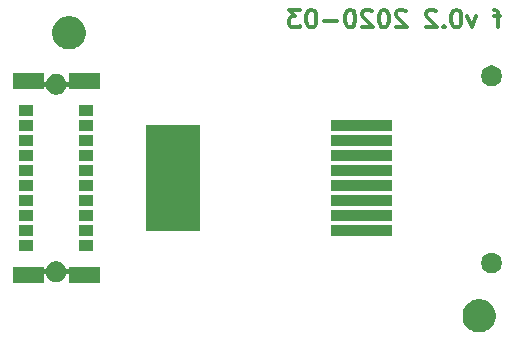
<source format=gbr>
G04 #@! TF.GenerationSoftware,KiCad,Pcbnew,5.1.5*
G04 #@! TF.CreationDate,2020-03-20T00:43:26-04:00*
G04 #@! TF.ProjectId,M55-RJ45,4d35352d-524a-4343-952e-6b696361645f,rev?*
G04 #@! TF.SameCoordinates,Original*
G04 #@! TF.FileFunction,Soldermask,Bot*
G04 #@! TF.FilePolarity,Negative*
%FSLAX46Y46*%
G04 Gerber Fmt 4.6, Leading zero omitted, Abs format (unit mm)*
G04 Created by KiCad (PCBNEW 5.1.5) date 2020-03-20 00:43:26*
%MOMM*%
%LPD*%
G04 APERTURE LIST*
%ADD10C,0.300000*%
%ADD11C,0.100000*%
G04 APERTURE END LIST*
D10*
X70595000Y-115248571D02*
X70023571Y-115248571D01*
X70380714Y-116248571D02*
X70380714Y-114962857D01*
X70309285Y-114820000D01*
X70166428Y-114748571D01*
X70023571Y-114748571D01*
X68523571Y-115248571D02*
X68166428Y-116248571D01*
X67809285Y-115248571D01*
X66952142Y-114748571D02*
X66809285Y-114748571D01*
X66666428Y-114820000D01*
X66595000Y-114891428D01*
X66523571Y-115034285D01*
X66452142Y-115320000D01*
X66452142Y-115677142D01*
X66523571Y-115962857D01*
X66595000Y-116105714D01*
X66666428Y-116177142D01*
X66809285Y-116248571D01*
X66952142Y-116248571D01*
X67095000Y-116177142D01*
X67166428Y-116105714D01*
X67237857Y-115962857D01*
X67309285Y-115677142D01*
X67309285Y-115320000D01*
X67237857Y-115034285D01*
X67166428Y-114891428D01*
X67095000Y-114820000D01*
X66952142Y-114748571D01*
X65809285Y-116105714D02*
X65737857Y-116177142D01*
X65809285Y-116248571D01*
X65880714Y-116177142D01*
X65809285Y-116105714D01*
X65809285Y-116248571D01*
X65166428Y-114891428D02*
X65095000Y-114820000D01*
X64952142Y-114748571D01*
X64595000Y-114748571D01*
X64452142Y-114820000D01*
X64380714Y-114891428D01*
X64309285Y-115034285D01*
X64309285Y-115177142D01*
X64380714Y-115391428D01*
X65237857Y-116248571D01*
X64309285Y-116248571D01*
X62595000Y-114891428D02*
X62523571Y-114820000D01*
X62380714Y-114748571D01*
X62023571Y-114748571D01*
X61880714Y-114820000D01*
X61809285Y-114891428D01*
X61737857Y-115034285D01*
X61737857Y-115177142D01*
X61809285Y-115391428D01*
X62666428Y-116248571D01*
X61737857Y-116248571D01*
X60809285Y-114748571D02*
X60666428Y-114748571D01*
X60523571Y-114820000D01*
X60452142Y-114891428D01*
X60380714Y-115034285D01*
X60309285Y-115320000D01*
X60309285Y-115677142D01*
X60380714Y-115962857D01*
X60452142Y-116105714D01*
X60523571Y-116177142D01*
X60666428Y-116248571D01*
X60809285Y-116248571D01*
X60952142Y-116177142D01*
X61023571Y-116105714D01*
X61095000Y-115962857D01*
X61166428Y-115677142D01*
X61166428Y-115320000D01*
X61095000Y-115034285D01*
X61023571Y-114891428D01*
X60952142Y-114820000D01*
X60809285Y-114748571D01*
X59737857Y-114891428D02*
X59666428Y-114820000D01*
X59523571Y-114748571D01*
X59166428Y-114748571D01*
X59023571Y-114820000D01*
X58952142Y-114891428D01*
X58880714Y-115034285D01*
X58880714Y-115177142D01*
X58952142Y-115391428D01*
X59809285Y-116248571D01*
X58880714Y-116248571D01*
X57952142Y-114748571D02*
X57809285Y-114748571D01*
X57666428Y-114820000D01*
X57595000Y-114891428D01*
X57523571Y-115034285D01*
X57452142Y-115320000D01*
X57452142Y-115677142D01*
X57523571Y-115962857D01*
X57595000Y-116105714D01*
X57666428Y-116177142D01*
X57809285Y-116248571D01*
X57952142Y-116248571D01*
X58095000Y-116177142D01*
X58166428Y-116105714D01*
X58237857Y-115962857D01*
X58309285Y-115677142D01*
X58309285Y-115320000D01*
X58237857Y-115034285D01*
X58166428Y-114891428D01*
X58095000Y-114820000D01*
X57952142Y-114748571D01*
X56809285Y-115677142D02*
X55666428Y-115677142D01*
X54666428Y-114748571D02*
X54523571Y-114748571D01*
X54380714Y-114820000D01*
X54309285Y-114891428D01*
X54237857Y-115034285D01*
X54166428Y-115320000D01*
X54166428Y-115677142D01*
X54237857Y-115962857D01*
X54309285Y-116105714D01*
X54380714Y-116177142D01*
X54523571Y-116248571D01*
X54666428Y-116248571D01*
X54809285Y-116177142D01*
X54880714Y-116105714D01*
X54952142Y-115962857D01*
X55023571Y-115677142D01*
X55023571Y-115320000D01*
X54952142Y-115034285D01*
X54880714Y-114891428D01*
X54809285Y-114820000D01*
X54666428Y-114748571D01*
X53666428Y-114748571D02*
X52737857Y-114748571D01*
X53237857Y-115320000D01*
X53023571Y-115320000D01*
X52880714Y-115391428D01*
X52809285Y-115462857D01*
X52737857Y-115605714D01*
X52737857Y-115962857D01*
X52809285Y-116105714D01*
X52880714Y-116177142D01*
X53023571Y-116248571D01*
X53452142Y-116248571D01*
X53595000Y-116177142D01*
X53666428Y-116105714D01*
D11*
G36*
X69119413Y-139295013D02*
G01*
X69209637Y-139312959D01*
X69315247Y-139356705D01*
X69464601Y-139418569D01*
X69464602Y-139418570D01*
X69694066Y-139571892D01*
X69889208Y-139767034D01*
X69991655Y-139920357D01*
X70042531Y-139996499D01*
X70148141Y-140251464D01*
X70201980Y-140522132D01*
X70201980Y-140798108D01*
X70148141Y-141068776D01*
X70042531Y-141323741D01*
X70042530Y-141323742D01*
X69889208Y-141553206D01*
X69694066Y-141748348D01*
X69540743Y-141850795D01*
X69464601Y-141901671D01*
X69315247Y-141963535D01*
X69209637Y-142007281D01*
X69119413Y-142025227D01*
X68938968Y-142061120D01*
X68662992Y-142061120D01*
X68482547Y-142025227D01*
X68392323Y-142007281D01*
X68286713Y-141963535D01*
X68137359Y-141901671D01*
X68061217Y-141850795D01*
X67907894Y-141748348D01*
X67712752Y-141553206D01*
X67559430Y-141323742D01*
X67559429Y-141323741D01*
X67453819Y-141068776D01*
X67399980Y-140798108D01*
X67399980Y-140522132D01*
X67453819Y-140251464D01*
X67559429Y-139996499D01*
X67610305Y-139920357D01*
X67712752Y-139767034D01*
X67907894Y-139571892D01*
X68137358Y-139418570D01*
X68137359Y-139418569D01*
X68286713Y-139356705D01*
X68392323Y-139312959D01*
X68482547Y-139295013D01*
X68662992Y-139259120D01*
X68938968Y-139259120D01*
X69119413Y-139295013D01*
G37*
G36*
X33170899Y-136065832D02*
G01*
X33255520Y-136082664D01*
X33414942Y-136148699D01*
X33558418Y-136244566D01*
X33680434Y-136366582D01*
X33776301Y-136510058D01*
X33817674Y-136609942D01*
X33833517Y-136648190D01*
X33845068Y-136669801D01*
X33860614Y-136688743D01*
X33879556Y-136704288D01*
X33901166Y-136715839D01*
X33924615Y-136722952D01*
X33949001Y-136725354D01*
X33973388Y-136722952D01*
X33996836Y-136715839D01*
X34018447Y-136704288D01*
X34037389Y-136688742D01*
X34052934Y-136669800D01*
X34064485Y-136648190D01*
X34071598Y-136624741D01*
X34074000Y-136600355D01*
X34074000Y-136559000D01*
X36676000Y-136559000D01*
X36676000Y-137861000D01*
X34074000Y-137861000D01*
X34074000Y-137249645D01*
X34071598Y-137225259D01*
X34064485Y-137201810D01*
X34052934Y-137180199D01*
X34037389Y-137161257D01*
X34018447Y-137145712D01*
X33996836Y-137134161D01*
X33973387Y-137127048D01*
X33949001Y-137124646D01*
X33924615Y-137127048D01*
X33901166Y-137134161D01*
X33879555Y-137145712D01*
X33860613Y-137161257D01*
X33845068Y-137180199D01*
X33833519Y-137201807D01*
X33776301Y-137339942D01*
X33680434Y-137483418D01*
X33558418Y-137605434D01*
X33414942Y-137701301D01*
X33255520Y-137767336D01*
X33170899Y-137784168D01*
X33086280Y-137801000D01*
X32913720Y-137801000D01*
X32829101Y-137784168D01*
X32744480Y-137767336D01*
X32585058Y-137701301D01*
X32441582Y-137605434D01*
X32319566Y-137483418D01*
X32223699Y-137339942D01*
X32166481Y-137201807D01*
X32154932Y-137180199D01*
X32139386Y-137161257D01*
X32120444Y-137145712D01*
X32098834Y-137134161D01*
X32075385Y-137127048D01*
X32050999Y-137124646D01*
X32026612Y-137127048D01*
X32003164Y-137134161D01*
X31981553Y-137145712D01*
X31962611Y-137161258D01*
X31947066Y-137180200D01*
X31935515Y-137201810D01*
X31928402Y-137225259D01*
X31926000Y-137249645D01*
X31926000Y-137861000D01*
X29324000Y-137861000D01*
X29324000Y-136559000D01*
X31926000Y-136559000D01*
X31926000Y-136600355D01*
X31928402Y-136624741D01*
X31935515Y-136648190D01*
X31947066Y-136669801D01*
X31962611Y-136688743D01*
X31981553Y-136704288D01*
X32003164Y-136715839D01*
X32026613Y-136722952D01*
X32050999Y-136725354D01*
X32075385Y-136722952D01*
X32098834Y-136715839D01*
X32120445Y-136704288D01*
X32139387Y-136688743D01*
X32154932Y-136669801D01*
X32166483Y-136648190D01*
X32182326Y-136609942D01*
X32223699Y-136510058D01*
X32319566Y-136366582D01*
X32441582Y-136244566D01*
X32585058Y-136148699D01*
X32744480Y-136082664D01*
X32829101Y-136065832D01*
X32913720Y-136049000D01*
X33086280Y-136049000D01*
X33170899Y-136065832D01*
G37*
G36*
X70105520Y-135352664D02*
G01*
X70264942Y-135418699D01*
X70408418Y-135514566D01*
X70530434Y-135636582D01*
X70626301Y-135780058D01*
X70692336Y-135939480D01*
X70726000Y-136108721D01*
X70726000Y-136281279D01*
X70692336Y-136450520D01*
X70626301Y-136609942D01*
X70530434Y-136753418D01*
X70408418Y-136875434D01*
X70264942Y-136971301D01*
X70105520Y-137037336D01*
X69936280Y-137071000D01*
X69763720Y-137071000D01*
X69594480Y-137037336D01*
X69435058Y-136971301D01*
X69291582Y-136875434D01*
X69169566Y-136753418D01*
X69073699Y-136609942D01*
X69007664Y-136450520D01*
X68974000Y-136281279D01*
X68974000Y-136108721D01*
X69007664Y-135939480D01*
X69073699Y-135780058D01*
X69169566Y-135636582D01*
X69291582Y-135514566D01*
X69435058Y-135418699D01*
X69594480Y-135352664D01*
X69763720Y-135319000D01*
X69936280Y-135319000D01*
X70105520Y-135352664D01*
G37*
G36*
X31061000Y-135166000D02*
G01*
X29859000Y-135166000D01*
X29859000Y-134264000D01*
X31061000Y-134264000D01*
X31061000Y-135166000D01*
G37*
G36*
X36141000Y-135166000D02*
G01*
X34939000Y-135166000D01*
X34939000Y-134264000D01*
X36141000Y-134264000D01*
X36141000Y-135166000D01*
G37*
G36*
X36141000Y-133896000D02*
G01*
X34939000Y-133896000D01*
X34939000Y-132994000D01*
X36141000Y-132994000D01*
X36141000Y-133896000D01*
G37*
G36*
X31061000Y-133896000D02*
G01*
X29859000Y-133896000D01*
X29859000Y-132994000D01*
X31061000Y-132994000D01*
X31061000Y-133896000D01*
G37*
G36*
X61391000Y-133876000D02*
G01*
X56289000Y-133876000D01*
X56289000Y-133014000D01*
X61391000Y-133014000D01*
X61391000Y-133876000D01*
G37*
G36*
X45211000Y-133451000D02*
G01*
X40609000Y-133451000D01*
X40609000Y-124549000D01*
X45211000Y-124549000D01*
X45211000Y-133451000D01*
G37*
G36*
X36141000Y-132626000D02*
G01*
X34939000Y-132626000D01*
X34939000Y-131724000D01*
X36141000Y-131724000D01*
X36141000Y-132626000D01*
G37*
G36*
X31061000Y-132626000D02*
G01*
X29859000Y-132626000D01*
X29859000Y-131724000D01*
X31061000Y-131724000D01*
X31061000Y-132626000D01*
G37*
G36*
X61391000Y-132606000D02*
G01*
X56289000Y-132606000D01*
X56289000Y-131744000D01*
X61391000Y-131744000D01*
X61391000Y-132606000D01*
G37*
G36*
X31061000Y-131356000D02*
G01*
X29859000Y-131356000D01*
X29859000Y-130454000D01*
X31061000Y-130454000D01*
X31061000Y-131356000D01*
G37*
G36*
X36141000Y-131356000D02*
G01*
X34939000Y-131356000D01*
X34939000Y-130454000D01*
X36141000Y-130454000D01*
X36141000Y-131356000D01*
G37*
G36*
X61391000Y-131336000D02*
G01*
X56289000Y-131336000D01*
X56289000Y-130474000D01*
X61391000Y-130474000D01*
X61391000Y-131336000D01*
G37*
G36*
X36141000Y-130086000D02*
G01*
X34939000Y-130086000D01*
X34939000Y-129184000D01*
X36141000Y-129184000D01*
X36141000Y-130086000D01*
G37*
G36*
X31061000Y-130086000D02*
G01*
X29859000Y-130086000D01*
X29859000Y-129184000D01*
X31061000Y-129184000D01*
X31061000Y-130086000D01*
G37*
G36*
X61391000Y-130066000D02*
G01*
X56289000Y-130066000D01*
X56289000Y-129204000D01*
X61391000Y-129204000D01*
X61391000Y-130066000D01*
G37*
G36*
X31061000Y-128816000D02*
G01*
X29859000Y-128816000D01*
X29859000Y-127914000D01*
X31061000Y-127914000D01*
X31061000Y-128816000D01*
G37*
G36*
X36141000Y-128816000D02*
G01*
X34939000Y-128816000D01*
X34939000Y-127914000D01*
X36141000Y-127914000D01*
X36141000Y-128816000D01*
G37*
G36*
X61391000Y-128796000D02*
G01*
X56289000Y-128796000D01*
X56289000Y-127934000D01*
X61391000Y-127934000D01*
X61391000Y-128796000D01*
G37*
G36*
X36141000Y-127546000D02*
G01*
X34939000Y-127546000D01*
X34939000Y-126644000D01*
X36141000Y-126644000D01*
X36141000Y-127546000D01*
G37*
G36*
X31061000Y-127546000D02*
G01*
X29859000Y-127546000D01*
X29859000Y-126644000D01*
X31061000Y-126644000D01*
X31061000Y-127546000D01*
G37*
G36*
X61391000Y-127526000D02*
G01*
X56289000Y-127526000D01*
X56289000Y-126664000D01*
X61391000Y-126664000D01*
X61391000Y-127526000D01*
G37*
G36*
X31061000Y-126276000D02*
G01*
X29859000Y-126276000D01*
X29859000Y-125374000D01*
X31061000Y-125374000D01*
X31061000Y-126276000D01*
G37*
G36*
X36141000Y-126276000D02*
G01*
X34939000Y-126276000D01*
X34939000Y-125374000D01*
X36141000Y-125374000D01*
X36141000Y-126276000D01*
G37*
G36*
X61391000Y-126256000D02*
G01*
X56289000Y-126256000D01*
X56289000Y-125394000D01*
X61391000Y-125394000D01*
X61391000Y-126256000D01*
G37*
G36*
X31061000Y-125006000D02*
G01*
X29859000Y-125006000D01*
X29859000Y-124104000D01*
X31061000Y-124104000D01*
X31061000Y-125006000D01*
G37*
G36*
X36141000Y-125006000D02*
G01*
X34939000Y-125006000D01*
X34939000Y-124104000D01*
X36141000Y-124104000D01*
X36141000Y-125006000D01*
G37*
G36*
X61391000Y-124986000D02*
G01*
X56289000Y-124986000D01*
X56289000Y-124124000D01*
X61391000Y-124124000D01*
X61391000Y-124986000D01*
G37*
G36*
X36141000Y-123736000D02*
G01*
X34939000Y-123736000D01*
X34939000Y-122834000D01*
X36141000Y-122834000D01*
X36141000Y-123736000D01*
G37*
G36*
X31061000Y-123736000D02*
G01*
X29859000Y-123736000D01*
X29859000Y-122834000D01*
X31061000Y-122834000D01*
X31061000Y-123736000D01*
G37*
G36*
X31926000Y-120750355D02*
G01*
X31928402Y-120774741D01*
X31935515Y-120798190D01*
X31947066Y-120819801D01*
X31962611Y-120838743D01*
X31981553Y-120854288D01*
X32003164Y-120865839D01*
X32026613Y-120872952D01*
X32050999Y-120875354D01*
X32075385Y-120872952D01*
X32098834Y-120865839D01*
X32120445Y-120854288D01*
X32139387Y-120838743D01*
X32154932Y-120819801D01*
X32166483Y-120798190D01*
X32182326Y-120759942D01*
X32223699Y-120660058D01*
X32319566Y-120516582D01*
X32441582Y-120394566D01*
X32585058Y-120298699D01*
X32744480Y-120232664D01*
X32913720Y-120199000D01*
X33086280Y-120199000D01*
X33255520Y-120232664D01*
X33414942Y-120298699D01*
X33558418Y-120394566D01*
X33680434Y-120516582D01*
X33776301Y-120660058D01*
X33817674Y-120759942D01*
X33833517Y-120798190D01*
X33845068Y-120819801D01*
X33860614Y-120838743D01*
X33879556Y-120854288D01*
X33901166Y-120865839D01*
X33924615Y-120872952D01*
X33949001Y-120875354D01*
X33973388Y-120872952D01*
X33996836Y-120865839D01*
X34018447Y-120854288D01*
X34037389Y-120838742D01*
X34052934Y-120819800D01*
X34064485Y-120798190D01*
X34071598Y-120774741D01*
X34074000Y-120750355D01*
X34074000Y-120139000D01*
X36676000Y-120139000D01*
X36676000Y-121441000D01*
X34074000Y-121441000D01*
X34074000Y-121399645D01*
X34071598Y-121375259D01*
X34064485Y-121351810D01*
X34052934Y-121330199D01*
X34037389Y-121311257D01*
X34018447Y-121295712D01*
X33996836Y-121284161D01*
X33973387Y-121277048D01*
X33949001Y-121274646D01*
X33924615Y-121277048D01*
X33901166Y-121284161D01*
X33879555Y-121295712D01*
X33860613Y-121311257D01*
X33845068Y-121330199D01*
X33833519Y-121351807D01*
X33776301Y-121489942D01*
X33680434Y-121633418D01*
X33558418Y-121755434D01*
X33414942Y-121851301D01*
X33255520Y-121917336D01*
X33086280Y-121951000D01*
X32913720Y-121951000D01*
X32744480Y-121917336D01*
X32585058Y-121851301D01*
X32441582Y-121755434D01*
X32319566Y-121633418D01*
X32223699Y-121489942D01*
X32166481Y-121351807D01*
X32154932Y-121330199D01*
X32139386Y-121311257D01*
X32120444Y-121295712D01*
X32098834Y-121284161D01*
X32075385Y-121277048D01*
X32050999Y-121274646D01*
X32026612Y-121277048D01*
X32003164Y-121284161D01*
X31981553Y-121295712D01*
X31962611Y-121311258D01*
X31947066Y-121330200D01*
X31935515Y-121351810D01*
X31928402Y-121375259D01*
X31926000Y-121399645D01*
X31926000Y-121441000D01*
X29324000Y-121441000D01*
X29324000Y-120139000D01*
X31926000Y-120139000D01*
X31926000Y-120750355D01*
G37*
G36*
X70020899Y-119485832D02*
G01*
X70105520Y-119502664D01*
X70264942Y-119568699D01*
X70408418Y-119664566D01*
X70530434Y-119786582D01*
X70626301Y-119930058D01*
X70692336Y-120089480D01*
X70726000Y-120258721D01*
X70726000Y-120431279D01*
X70692336Y-120600520D01*
X70626301Y-120759942D01*
X70530434Y-120903418D01*
X70408418Y-121025434D01*
X70264942Y-121121301D01*
X70105520Y-121187336D01*
X70020899Y-121204168D01*
X69936280Y-121221000D01*
X69763720Y-121221000D01*
X69679101Y-121204168D01*
X69594480Y-121187336D01*
X69435058Y-121121301D01*
X69291582Y-121025434D01*
X69169566Y-120903418D01*
X69073699Y-120759942D01*
X69007664Y-120600520D01*
X68974000Y-120431279D01*
X68974000Y-120258721D01*
X69007664Y-120089480D01*
X69073699Y-119930058D01*
X69169566Y-119786582D01*
X69291582Y-119664566D01*
X69435058Y-119568699D01*
X69594480Y-119502664D01*
X69679101Y-119485832D01*
X69763720Y-119469000D01*
X69936280Y-119469000D01*
X70020899Y-119485832D01*
G37*
G36*
X34392533Y-115337733D02*
G01*
X34482757Y-115355679D01*
X34588367Y-115399425D01*
X34737721Y-115461289D01*
X34737722Y-115461290D01*
X34967186Y-115614612D01*
X35162328Y-115809754D01*
X35264775Y-115963077D01*
X35315651Y-116039219D01*
X35421261Y-116294184D01*
X35475100Y-116564852D01*
X35475100Y-116840828D01*
X35421261Y-117111496D01*
X35315651Y-117366461D01*
X35315650Y-117366462D01*
X35162328Y-117595926D01*
X34967186Y-117791068D01*
X34813863Y-117893515D01*
X34737721Y-117944391D01*
X34588367Y-118006255D01*
X34482757Y-118050001D01*
X34392533Y-118067947D01*
X34212088Y-118103840D01*
X33936112Y-118103840D01*
X33755667Y-118067947D01*
X33665443Y-118050001D01*
X33559833Y-118006255D01*
X33410479Y-117944391D01*
X33334337Y-117893515D01*
X33181014Y-117791068D01*
X32985872Y-117595926D01*
X32832550Y-117366462D01*
X32832549Y-117366461D01*
X32726939Y-117111496D01*
X32673100Y-116840828D01*
X32673100Y-116564852D01*
X32726939Y-116294184D01*
X32832549Y-116039219D01*
X32883425Y-115963077D01*
X32985872Y-115809754D01*
X33181014Y-115614612D01*
X33410478Y-115461290D01*
X33410479Y-115461289D01*
X33559833Y-115399425D01*
X33665443Y-115355679D01*
X33755667Y-115337733D01*
X33936112Y-115301840D01*
X34212088Y-115301840D01*
X34392533Y-115337733D01*
G37*
M02*

</source>
